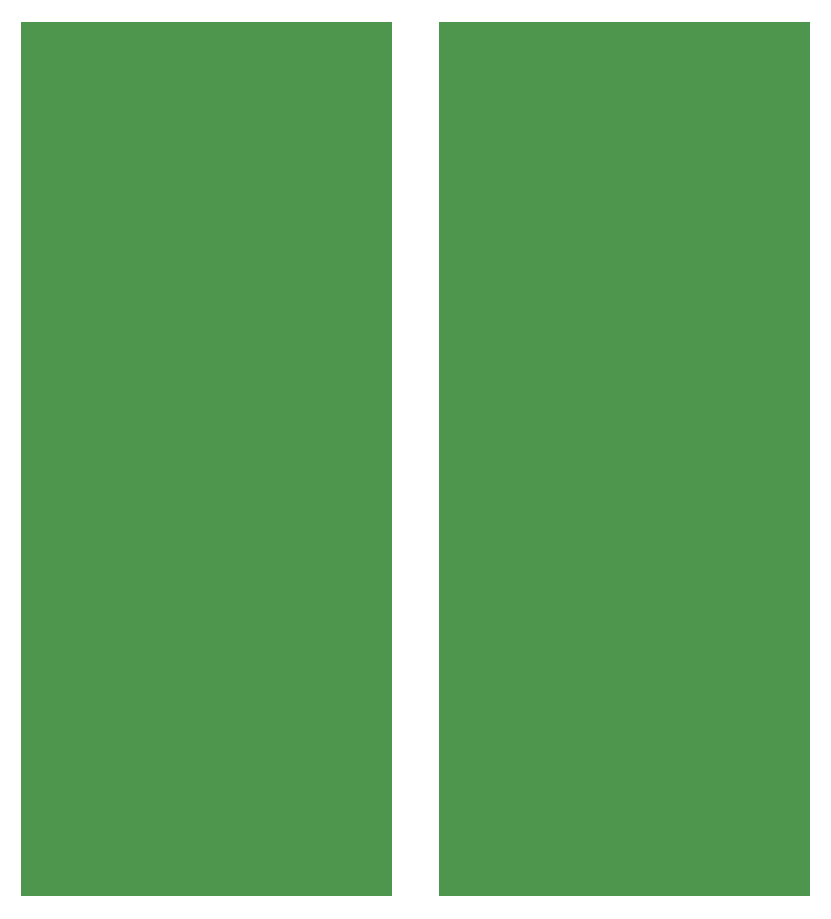
<source format=gbr>
G04 DipTrace 2.4.0.2*
%INBoard.gbr*%
%MOIN*%
%ADD11C,0.0055*%
%FSLAX44Y44*%
G04*
G70*
G90*
G75*
G01*
%LNBoardPoly*%
%LPD*%
G36*
X3940Y33068D2*
D11*
X16316D1*
Y3940D1*
X3940D1*
Y33068D1*
G37*
G36*
X17891D2*
D11*
X30268D1*
Y3940D1*
X17891D1*
Y33068D1*
G37*
M02*

</source>
